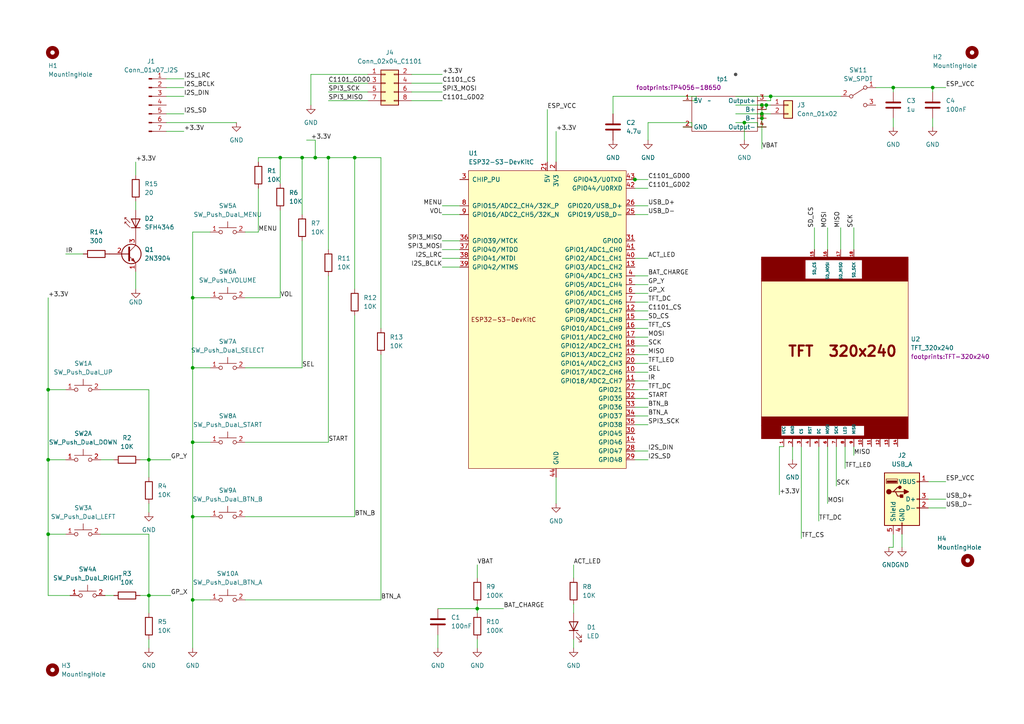
<source format=kicad_sch>
(kicad_sch (version 20230121) (generator eeschema)
  (paper "A4")
  (lib_symbols
    (symbol "Connector:Conn_01x07_Pin" (pin_names (offset 1.016) hide)
      (property "Reference" "J" (at 0 10.16 0))
      (property "Value" "Conn_01x07_Pin" (at 0 -10.16 0))
      (symbol "Conn_01x07_Pin_1_1"
        (polyline (pts (xy 1.27 -7.62) (xy 0.8636 -7.62)) (stroke (width 0.1524)))
        (polyline (pts (xy 1.27 -5.08) (xy 0.8636 -5.08)) (stroke (width 0.1524)))
        (polyline (pts (xy 1.27 -2.54) (xy 0.8636 -2.54)) (stroke (width 0.1524)))
        (polyline (pts (xy 1.27 0) (xy 0.8636 0)) (stroke (width 0.1524)))
        (polyline (pts (xy 1.27 2.54) (xy 0.8636 2.54)) (stroke (width 0.1524)))
        (polyline (pts (xy 1.27 5.08) (xy 0.8636 5.08)) (stroke (width 0.1524)))
        (polyline (pts (xy 1.27 7.62) (xy 0.8636 7.62)) (stroke (width 0.1524)))
        (rectangle (start 0.8636 -7.493) (end 0 -7.747) (stroke (width 0.1524)) (fill (type outline)))
        (rectangle (start 0.8636 -4.953) (end 0 -5.207) (stroke (width 0.1524)) (fill (type outline)))
        (rectangle (start 0.8636 -2.413) (end 0 -2.667) (stroke (width 0.1524)) (fill (type outline)))
        (rectangle (start 0.8636 0.127) (end 0 -0.127) (stroke (width 0.1524)) (fill (type outline)))
        (rectangle (start 0.8636 2.667) (end 0 2.413) (stroke (width 0.1524)) (fill (type outline)))
        (rectangle (start 0.8636 5.207) (end 0 4.953) (stroke (width 0.1524)) (fill (type outline)))
        (rectangle (start 0.8636 7.747) (end 0 7.493) (stroke (width 0.1524)) (fill (type outline)))
        (pin passive line (at 5.08 7.62 180) (length 3.81) (name "Pin_1") (number "1"))
        (pin passive line (at 5.08 5.08 180) (length 3.81) (name "Pin_2") (number "2"))
        (pin passive line (at 5.08 2.54 180) (length 3.81) (name "Pin_3") (number "3"))
        (pin passive line (at 5.08 0 180) (length 3.81) (name "Pin_4") (number "4"))
        (pin passive line (at 5.08 -2.54 180) (length 3.81) (name "Pin_5") (number "5"))
        (pin passive line (at 5.08 -5.08 180) (length 3.81) (name "Pin_6") (number "6"))
        (pin passive line (at 5.08 -7.62 180) (length 3.81) (name "Pin_7") (number "7"))
      )
    )
    (symbol "Connector:USB_A" (pin_names (offset 1.016))
      (property "Reference" "J" (at -5.08 11.43 0))
      (property "Value" "USB_A" (at -5.08 8.89 0))
      (symbol "USB_A_0_1"
        (rectangle (start -5.08 -7.62) (end 5.08 7.62) (stroke (width 0.254)) (fill (type background)))
        (circle (center -3.81 2.159) (radius 0.635) (stroke (width 0.254)) (fill (type outline)))
        (rectangle (start -1.524 4.826) (end -4.318 5.334) (fill (type outline)))
        (rectangle (start -1.27 4.572) (end -4.572 5.842))
        (circle (center -0.635 3.429) (radius 0.381) (stroke (width 0.254)) (fill (type outline)))
        (rectangle (start -0.127 -7.62) (end 0.127 -6.858))
        (polyline (pts (xy -3.175 2.159) (xy -2.54 2.159) (xy -1.27 3.429) (xy -0.635 3.429)) (stroke (width 0.254)))
        (polyline (pts (xy -2.54 2.159) (xy -1.905 2.159) (xy -1.27 0.889) (xy 0 0.889)) (stroke (width 0.254)))
        (polyline (pts (xy 0.635 2.794) (xy 0.635 1.524) (xy 1.905 2.159) (xy 0.635 2.794)) (stroke (width 0.254)) (fill (type outline)))
        (rectangle (start 0.254 1.27) (end -0.508 0.508) (stroke (width 0.254)) (fill (type outline)))
        (rectangle (start 5.08 -2.667) (end 4.318 -2.413))
        (rectangle (start 5.08 -0.127) (end 4.318 0.127))
        (rectangle (start 5.08 4.953) (end 4.318 5.207))
      )
      (symbol "USB_A_1_1"
        (polyline (pts (xy -1.905 2.159) (xy 0.635 2.159)) (stroke (width 0.254)))
        (pin power_in line (at 7.62 5.08 180) (length 2.54) (name "VBUS") (number "1"))
        (pin bidirectional line (at 7.62 -2.54 180) (length 2.54) (name "D-") (number "2"))
        (pin bidirectional line (at 7.62 0 180) (length 2.54) (name "D+") (number "3"))
        (pin power_in line (at 0 -10.16 90) (length 2.54) (name "GND") (number "4"))
        (pin passive line (at -2.54 -10.16 90) (length 2.54) (name "Shield") (number "5"))
      )
    )
    (symbol "Connector_Generic:Conn_01x02" (pin_names (offset 1.016) hide)
      (property "Reference" "J" (at 0 2.54 0))
      (property "Value" "Conn_01x02" (at 0 -5.08 0))
      (symbol "Conn_01x02_1_1"
        (rectangle (start -1.27 -2.413) (end 0 -2.667) (stroke (width 0.1524)))
        (rectangle (start -1.27 0.127) (end 0 -0.127) (stroke (width 0.1524)))
        (rectangle (start -1.27 1.27) (end 1.27 -3.81) (stroke (width 0.254)) (fill (type background)))
        (pin passive line (at -5.08 0 0) (length 3.81) (name "Pin_1") (number "1"))
        (pin passive line (at -5.08 -2.54 0) (length 3.81) (name "Pin_2") (number "2"))
      )
    )
    (symbol "Connector_Generic:Conn_02x04_Odd_Even" (pin_names (offset 1.016) hide)
      (property "Reference" "J" (at 1.27 5.08 0))
      (property "Value" "Conn_02x04_Odd_Even" (at 1.27 -7.62 0))
      (symbol "Conn_02x04_Odd_Even_1_1"
        (rectangle (start -1.27 -4.953) (end 0 -5.207) (stroke (width 0.1524)))
        (rectangle (start -1.27 -2.413) (end 0 -2.667) (stroke (width 0.1524)))
        (rectangle (start -1.27 0.127) (end 0 -0.127) (stroke (width 0.1524)))
        (rectangle (start -1.27 2.667) (end 0 2.413) (stroke (width 0.1524)))
        (rectangle (start -1.27 3.81) (end 3.81 -6.35) (stroke (width 0.254)) (fill (type background)))
        (rectangle (start 3.81 -4.953) (end 2.54 -5.207) (stroke (width 0.1524)))
        (rectangle (start 3.81 -2.413) (end 2.54 -2.667) (stroke (width 0.1524)))
        (rectangle (start 3.81 0.127) (end 2.54 -0.127) (stroke (width 0.1524)))
        (rectangle (start 3.81 2.667) (end 2.54 2.413) (stroke (width 0.1524)))
        (pin passive line (at -5.08 2.54 0) (length 3.81) (name "Pin_1") (number "1"))
        (pin passive line (at 7.62 2.54 180) (length 3.81) (name "Pin_2") (number "2"))
        (pin passive line (at -5.08 0 0) (length 3.81) (name "Pin_3") (number "3"))
        (pin passive line (at 7.62 0 180) (length 3.81) (name "Pin_4") (number "4"))
        (pin passive line (at -5.08 -2.54 0) (length 3.81) (name "Pin_5") (number "5"))
        (pin passive line (at 7.62 -2.54 180) (length 3.81) (name "Pin_6") (number "6"))
        (pin passive line (at -5.08 -5.08 0) (length 3.81) (name "Pin_7") (number "7"))
        (pin passive line (at 7.62 -5.08 180) (length 3.81) (name "Pin_8") (number "8"))
      )
    )
    (symbol "Device:C" (pin_numbers hide) (pin_names (offset 0.254))
      (property "Reference" "C" (at 0.635 2.54 0))
      (property "Value" "C" (at 0.635 -2.54 0))
      (symbol "C_0_1"
        (polyline (pts (xy -2.032 -0.762) (xy 2.032 -0.762)) (stroke (width 0.508)))
        (polyline (pts (xy -2.032 0.762) (xy 2.032 0.762)) (stroke (width 0.508)))
      )
      (symbol "C_1_1"
        (pin passive line (at 0 3.81 270) (length 2.794) (name "~") (number "1"))
        (pin passive line (at 0 -3.81 90) (length 2.794) (name "~") (number "2"))
      )
    )
    (symbol "Device:LED" (pin_numbers hide) (pin_names (offset 1.016) hide)
      (property "Reference" "D" (at 0 2.54 0))
      (property "Value" "LED" (at 0 -2.54 0))
      (symbol "LED_0_1"
        (polyline (pts (xy -1.27 -1.27) (xy -1.27 1.27)) (stroke (width 0.254)))
        (polyline (pts (xy -1.27 0) (xy 1.27 0)))
        (polyline (pts (xy 1.27 -1.27) (xy 1.27 1.27) (xy -1.27 0) (xy 1.27 -1.27)) (stroke (width 0.254)))
        (polyline (pts (xy -3.048 -0.762) (xy -4.572 -2.286) (xy -3.81 -2.286) (xy -4.572 -2.286) (xy -4.572 -1.524)))
        (polyline (pts (xy -1.778 -0.762) (xy -3.302 -2.286) (xy -2.54 -2.286) (xy -3.302 -2.286) (xy -3.302 -1.524)))
      )
      (symbol "LED_1_1"
        (pin passive line (at -3.81 0 0) (length 2.54) (name "K") (number "1"))
        (pin passive line (at 3.81 0 180) (length 2.54) (name "A") (number "2"))
      )
    )
    (symbol "Device:R" (pin_numbers hide) (pin_names (offset 0))
      (property "Reference" "R" (at 2.032 0 90))
      (property "Value" "R" (at 0 0 90))
      (symbol "R_0_1"
        (rectangle (start -1.016 -2.54) (end 1.016 2.54) (stroke (width 0.254)))
      )
      (symbol "R_1_1"
        (pin passive line (at 0 3.81 270) (length 1.27) (name "~") (number "1"))
        (pin passive line (at 0 -3.81 90) (length 1.27) (name "~") (number "2"))
      )
    )
    (symbol "Interface:tp4056_board"
      (property "Reference" "tp4056" (at -12.7 -10.16 0))
      (property "Footprint" "footprints:TP4056-18650" (at -16.51 -3.81 0))
      (symbol "tp4056_board_1_1"
        (rectangle (start -21.59 -5.08) (end -2.54 -15.24))
        (rectangle (start -8.89 1.27) (end -8.89 1.27) (stroke (width 1) (color 72 72 72 1)))
        (pin power_in line (at -24.13 -6.35 0) (length 2.54) (name "5V") (number "1"))
        (pin power_in line (at -24.13 -13.97 0) (length 2.54) (name "GND") (number "2"))
        (pin power_out line (at 0 -6.35 180) (length 2.54) (name "Output+") (number "3"))
        (pin power_out line (at 0 -13.97 180) (length 2.54) (name "Output-") (number "4"))
        (pin power_out line (at 0 -8.89 180) (length 2.54) (name "B+") (number "5"))
        (pin power_out line (at 0 -11.43 180) (length 2.54) (name "B-") (number "6"))
      )
    )
    (symbol "LED:SFH4346" (pin_numbers hide) (pin_names (offset 1.016) hide)
      (property "Reference" "D" (at 0.508 1.778 0))
      (property "Value" "SFH4346" (at -1.016 -2.794 0))
      (symbol "SFH4346_0_1"
        (polyline (pts (xy -2.54 1.27) (xy -2.54 -1.27)) (stroke (width 0.254)))
        (polyline (pts (xy 0 0) (xy -2.54 0)))
        (polyline (pts (xy 0.381 3.175) (xy -0.127 3.175)))
        (polyline (pts (xy -1.143 1.651) (xy 0.381 3.175) (xy 0.381 2.667)))
        (polyline (pts (xy 0 1.27) (xy -2.54 0) (xy 0 -1.27) (xy 0 1.27)) (stroke (width 0.254)))
        (polyline (pts (xy -2.413 1.651) (xy -0.889 3.175) (xy -0.889 2.667) (xy -0.889 3.175) (xy -1.397 3.175)))
      )
      (symbol "SFH4346_1_1"
        (pin passive line (at -5.08 0 0) (length 2.54) (name "K") (number "1"))
        (pin passive line (at 2.54 0 180) (length 2.54) (name "A") (number "2"))
      )
    )
    (symbol "Mechanical:MountingHole" (pin_names (offset 1.016))
      (property "Reference" "H" (at 0 5.08 0))
      (property "Value" "MountingHole" (at 0 3.175 0))
      (symbol "MountingHole_0_1"
        (circle (center 0 0) (radius 1.27) (stroke (width 1.27)))
      )
    )
    (symbol "PCM_Espressif:ESP32-S3-DevKitC" (pin_names (offset 1.016))
      (property "Reference" "U" (at -22.86 48.26 0))
      (property "Value" "ESP32-S3-DevKitC" (at -22.86 45.72 0))
      (symbol "ESP32-S3-DevKitC_0_0"
        (text "ESP32-S3-DevKitC" (at -12.7 0 0) (effects (font (size 1.27 1.27))))
        (pin bidirectional line (at 25.4 -35.56 180) (length 2.54) (name "GPIO46") (number "14"))
        (pin bidirectional line (at 25.4 -10.16 180) (length 2.54) (name "GPIO13/ADC2_CH2") (number "19"))
        (pin bidirectional line (at -25.4 15.24 0) (length 2.54) (name "GPIO42/MTMS") (number "39"))
        (pin bidirectional line (at 25.4 17.78 180) (length 2.54) (name "GPIO2/ADC1_CH1") (number "40"))
        (pin bidirectional line (at 25.4 20.32 180) (length 2.54) (name "GPIO1/ADC1_CH0") (number "41"))
        (pin bidirectional line (at 25.4 38.1 180) (length 2.54) (name "GPIO44/U0RXD") (number "42"))
        (pin bidirectional line (at 25.4 40.64 180) (length 2.54) (name "GPIO43/U0TXD") (number "43"))
      )
      (symbol "ESP32-S3-DevKitC_0_1"
        (pin power_in line (at 2.54 45.72 270) (length 2.54) (name "3V3") (number "2"))
      )
      (symbol "ESP32-S3-DevKitC_1_1"
        (rectangle (start -22.86 43.18) (end 22.86 -43.18) (fill (type background)))
        (pin passive line (at 2.54 45.72 270) (length 2.54) hide (name "3V3") (number "1"))
        (pin bidirectional line (at 25.4 -15.24 180) (length 2.54) (name "GPIO17/ADC2_CH6") (number "10"))
        (pin bidirectional line (at 25.4 -17.78 180) (length 2.54) (name "GPIO18/ADC2_CH7") (number "11"))
        (pin bidirectional line (at 25.4 2.54 180) (length 2.54) (name "GPIO8/ADC1_CH7") (number "12"))
        (pin bidirectional line (at 25.4 15.24 180) (length 2.54) (name "GPIO3/ADC1_CH2") (number "13"))
        (pin bidirectional line (at 25.4 0 180) (length 2.54) (name "GPIO9/ADC1_CH8") (number "15"))
        (pin bidirectional line (at 25.4 -2.54 180) (length 2.54) (name "GPIO10/ADC1_CH9") (number "16"))
        (pin bidirectional line (at 25.4 -5.08 180) (length 2.54) (name "GPIO11/ADC2_CH0") (number "17"))
        (pin bidirectional line (at 25.4 -7.62 180) (length 2.54) (name "GPIO12/ADC2_CH1") (number "18"))
        (pin bidirectional line (at 25.4 -12.7 180) (length 2.54) (name "GPIO14/ADC2_CH3") (number "20"))
        (pin power_in line (at 0 45.72 270) (length 2.54) (name "5V") (number "21"))
        (pin passive line (at -17.78 -45.72 90) (length 2.54) hide (name "GND") (number "22"))
        (pin passive line (at -12.7 -45.72 90) (length 2.54) hide (name "GND") (number "23"))
        (pin passive line (at -7.62 -45.72 90) (length 2.54) hide (name "GND") (number "24"))
        (pin bidirectional line (at 25.4 30.48 180) (length 2.54) (name "GPIO19/USB_D-") (number "25"))
        (pin bidirectional line (at 25.4 33.02 180) (length 2.54) (name "GPIO20/USB_D+") (number "26"))
        (pin bidirectional line (at 25.4 -20.32 180) (length 2.54) (name "GPIO21") (number "27"))
        (pin bidirectional line (at 25.4 -38.1 180) (length 2.54) (name "GPIO47") (number "28"))
        (pin bidirectional line (at 25.4 -40.64 180) (length 2.54) (name "GPIO48") (number "29"))
        (pin input line (at -25.4 40.64 0) (length 2.54) (name "CHIP_PU") (number "3"))
        (pin bidirectional line (at 25.4 -33.02 180) (length 2.54) (name "GPIO45") (number "30"))
        (pin bidirectional line (at 25.4 22.86 180) (length 2.54) (name "GPIO0") (number "31"))
        (pin bidirectional line (at 25.4 -22.86 180) (length 2.54) (name "GPIO35") (number "32"))
        (pin bidirectional line (at 25.4 -25.4 180) (length 2.54) (name "GPIO36") (number "33"))
        (pin bidirectional line (at 25.4 -27.94 180) (length 2.54) (name "GPIO37") (number "34"))
        (pin bidirectional line (at 25.4 -30.48 180) (length 2.54) (name "GPIO38") (number "35"))
        (pin bidirectional line (at -25.4 22.86 0) (length 2.54) (name "GPIO39/MTCK") (number "36"))
        (pin bidirectional line (at -25.4 20.32 0) (length 2.54) (name "GPIO40/MTDO") (number "37"))
        (pin bidirectional line (at -25.4 17.78 0) (length 2.54) (name "GPIO41/MTDI") (number "38"))
        (pin bidirectional line (at 25.4 12.7 180) (length 2.54) (name "GPIO4/ADC1_CH3") (number "4"))
        (pin power_in line (at 2.54 -45.72 90) (length 2.54) (name "GND") (number "44"))
        (pin bidirectional line (at 25.4 10.16 180) (length 2.54) (name "GPIO5/ADC1_CH4") (number "5"))
        (pin bidirectional line (at 25.4 7.62 180) (length 2.54) (name "GPIO6/ADC1_CH5") (number "6"))
        (pin bidirectional line (at 25.4 5.08 180) (length 2.54) (name "GPIO7/ADC1_CH6") (number "7"))
        (pin bidirectional line (at -25.4 33.02 0) (length 2.54) (name "GPIO15/ADC2_CH4/32K_P") (number "8"))
        (pin bidirectional line (at -25.4 30.48 0) (length 2.54) (name "GPIO16/ADC2_CH5/32K_N") (number "9"))
      )
    )
    (symbol "Switch:SW_Push_Dual_x2" (pin_names (offset 1.016) hide)
      (property "Reference" "SW" (at 1.27 2.54 0))
      (property "Value" "SW_Push_Dual_x2" (at 0 -1.524 0))
      (symbol "SW_Push_Dual_x2_0_1"
        (circle (center -2.032 0) (radius 0.508))
        (polyline (pts (xy 0 1.27) (xy 0 3.048)))
        (polyline (pts (xy 2.54 1.27) (xy -2.54 1.27)))
        (circle (center 2.032 0) (radius 0.508))
      )
      (symbol "SW_Push_Dual_x2_1_1"
        (pin passive line (at -5.08 0 0) (length 2.54) (name "C") (number "1"))
        (pin passive line (at 5.08 0 180) (length 2.54) (name "D") (number "2"))
      )
      (symbol "SW_Push_Dual_x2_2_1"
        (pin passive line (at -5.08 0 0) (length 2.54) (name "C") (number "3"))
        (pin passive line (at 5.08 0 180) (length 2.54) (name "D") (number "4"))
      )
    )
    (symbol "Switch:SW_SPDT" (pin_names (offset 0) hide)
      (property "Reference" "SW" (at 0 4.318 0))
      (property "Value" "SW_SPDT" (at 0 -5.08 0))
      (symbol "SW_SPDT_0_0"
        (circle (center -2.032 0) (radius 0.508))
        (circle (center 2.032 -2.54) (radius 0.508))
      )
      (symbol "SW_SPDT_0_1"
        (polyline (pts (xy -1.524 0.254) (xy 1.651 2.286)))
        (circle (center 2.032 2.54) (radius 0.508))
      )
      (symbol "SW_SPDT_1_1"
        (pin passive line (at 5.08 2.54 180) (length 2.54) (name "A") (number "1"))
        (pin passive line (at -5.08 0 0) (length 2.54) (name "B") (number "2"))
        (pin passive line (at 5.08 -2.54 180) (length 2.54) (name "C") (number "3"))
      )
    )
    (symbol "Transistor_BJT:2N3904" (pin_names (offset 0) hide)
      (property "Reference" "Q" (at 5.08 1.905 0))
      (property "Value" "2N3904" (at 5.08 0 0))
      (symbol "2N3904_0_1"
        (polyline (pts (xy 0.635 0.635) (xy 2.54 2.54)))
        (polyline (pts (xy 0.635 -0.635) (xy 2.54 -2.54) (xy 2.54 -2.54)))
        (polyline (pts (xy 0.635 1.905) (xy 0.635 -1.905) (xy 0.635 -1.905)) (stroke (width 0.508)))
        (polyline (pts (xy 1.27 -1.778) (xy 1.778 -1.27) (xy 2.286 -2.286) (xy 1.27 -1.778) (xy 1.27 -1.778)) (fill (type outline)))
        (circle (center 1.27 0) (radius 2.8194) (stroke (width 0.254)))
      )
      (symbol "2N3904_1_1"
        (pin passive line (at 2.54 -5.08 90) (length 2.54) (name "E") (number "1"))
        (pin passive line (at -5.08 0 0) (length 5.715) (name "B") (number "2"))
        (pin passive line (at 2.54 5.08 270) (length 2.54) (name "C") (number "3"))
      )
    )
    (symbol "power:GND" (power) (pin_names (offset 0))
      (property "Value" "GND" (at 0 -3.81 0))
      (symbol "GND_0_1"
        (polyline (pts (xy 0 0) (xy 0 -1.27) (xy 1.27 -1.27) (xy 0 -2.54) (xy -1.27 -1.27) (xy 0 -1.27)))
      )
      (symbol "GND_1_1"
        (pin power_in line (at 0 0 270) (length 0) hide (name "GND") (number "1"))
      )
    )
    (symbol "tft_320x240:TFT_320x240" (pin_names (offset 1.016))
      (property "Reference" "U?" (at -52.832 61.9761 0))
      (property "Value" "TFT_320x240" (at -52.832 59.4361 0))
      (property "Footprint" "z_Devices:TFT-320x240" (at -52.832 56.8961 0))
      (symbol "TFT_320x240_0_0"
        (text "TFT  320x240" (at -73.152 61.976 0) (effects (font (size 2.9972 2.9972) bold)))
      )
      (symbol "TFT_320x240_0_1"
        (rectangle (start -96.647 40.386) (end -90.932 36.576) (fill (type outline)))
        (rectangle (start -96.647 42.926) (end -54.102 40.386) (fill (type outline)))
        (rectangle (start -96.647 82.296) (end -54.102 42.926) (fill (type background)))
        (rectangle (start -96.647 82.931) (end -54.102 82.296) (fill (type outline)))
        (rectangle (start -96.647 88.646) (end -83.947 82.931) (fill (type outline)))
        (rectangle (start -96.647 89.281) (end -54.102 88.4428) (fill (type outline)))
        (rectangle (start -92.202 36.576) (end -54.102 42.926))
        (rectangle (start -92.202 37.4142) (end -54.102 36.576) (fill (type outline)))
        (rectangle (start -67.437 88.646) (end -54.102 82.931) (fill (type outline)))
        (rectangle (start -66.802 40.386) (end -54.102 36.576) (fill (type outline)))
      )
      (symbol "TFT_320x240_1_1"
        (pin power_in line (at -90.17 34.29 90) (length 2.54) (name "VCC") (number "1"))
        (pin bidirectional line (at -67.31 34.29 90) (length 2.54) (name "~") (number "10"))
        (pin bidirectional line (at -64.77 34.29 90) (length 2.54) (name "~") (number "11"))
        (pin bidirectional line (at -62.23 34.29 90) (length 2.54) (name "~") (number "12"))
        (pin bidirectional line (at -59.69 34.29 90) (length 2.54) (name "~") (number "13"))
        (pin bidirectional line (at -57.15 34.29 90) (length 2.54) (name "~") (number "14"))
        (pin bidirectional line (at -81.28 91.44 270) (length 2.54) (name "SD_CS") (number "15"))
        (pin bidirectional line (at -77.47 91.44 270) (length 2.54) (name "SD_MOSI") (number "16"))
        (pin bidirectional line (at -73.66 91.44 270) (length 2.54) (name "SD_MISO") (number "17"))
        (pin bidirectional line (at -69.85 91.44 270) (length 2.54) (name "SD_SCK") (number "18"))
        (pin bidirectional line (at -87.63 34.29 90) (length 2.54) (name "GND") (number "2"))
        (pin bidirectional line (at -85.09 34.29 90) (length 2.54) (name "CS") (number "3"))
        (pin bidirectional line (at -82.55 34.29 90) (length 2.54) (name "RST") (number "4"))
        (pin bidirectional line (at -80.01 34.29 90) (length 2.54) (name "DC") (number "5"))
        (pin bidirectional line (at -77.47 34.29 90) (length 2.54) (name "MOSI") (number "6"))
        (pin bidirectional line (at -74.93 34.29 90) (length 2.54) (name "SCK") (number "7"))
        (pin power_in line (at -72.39 34.29 90) (length 2.54) (name "LED") (number "8"))
        (pin bidirectional line (at -69.85 34.29 90) (length 2.54) (name "MISO") (number "9"))
      )
    )
  )
  (junction (at 220.98 33.02))
  (junction (at 138.43 176.53))
  (junction (at 13.97 154.94))
  (junction (at 102.87 45.72))
  (junction (at 13.97 133.35))
  (junction (at 55.88 106.68))
  (junction (at 55.88 173.99))
  (junction (at 43.18 133.35))
  (junction (at 184.15 52.07))
  (junction (at 223.52 27.94))
  (junction (at 55.88 128.27))
  (junction (at 220.98 34.29))
  (junction (at 270.51 25.4))
  (junction (at 95.25 45.72))
  (junction (at 222.25 30.48))
  (junction (at 55.88 86.36))
  (junction (at 87.63 45.72))
  (junction (at 55.88 149.86))
  (junction (at 13.97 113.03))
  (junction (at 91.44 45.72))
  (junction (at 215.9 35.56))
  (junction (at 259.08 25.4))
  (junction (at 43.18 172.72))
  (junction (at 220.98 30.48))
  (junction (at 81.28 45.72))
  (wire (pts (xy 95.25 45.72) (xy 102.87 45.72)))
  (wire (pts (xy 106.68 21.59) (xy 90.17 21.59)))
  (wire (pts (xy 220.98 43.18) (xy 220.98 34.29)))
  (wire (pts (xy 127 184.15) (xy 127 187.96)))
  (wire (pts (xy 236.22 72.39) (xy 236.22 66.04)))
  (wire (pts (xy 87.63 45.72) (xy 91.44 45.72)))
  (wire (pts (xy 43.18 172.72) (xy 49.53 172.72)))
  (wire (pts (xy 138.43 176.53) (xy 146.05 176.53)))
  (wire (pts (xy 43.18 138.43) (xy 43.18 133.35)))
  (wire (pts (xy 71.12 67.31) (xy 74.93 67.31)))
  (wire (pts (xy 95.25 24.13) (xy 106.68 24.13)))
  (wire (pts (xy 55.88 106.68) (xy 55.88 128.27)))
  (wire (pts (xy 55.88 67.31) (xy 55.88 86.36)))
  (wire (pts (xy 184.15 115.57) (xy 187.96 115.57)))
  (wire (pts (xy 81.28 53.34) (xy 81.28 45.72)))
  (wire (pts (xy 187.96 35.56) (xy 187.96 40.64)))
  (wire (pts (xy 269.24 147.32) (xy 274.32 147.32)))
  (wire (pts (xy 184.15 82.55) (xy 187.96 82.55)))
  (wire (pts (xy 43.18 133.35) (xy 40.64 133.35)))
  (wire (pts (xy 71.12 149.86) (xy 102.87 149.86)))
  (wire (pts (xy 184.15 113.03) (xy 187.96 113.03)))
  (wire (pts (xy 184.15 100.33) (xy 187.96 100.33)))
  (wire (pts (xy 91.44 40.64) (xy 91.44 45.72)))
  (wire (pts (xy 13.97 172.72) (xy 20.32 172.72)))
  (wire (pts (xy 39.37 78.74) (xy 39.37 83.82)))
  (wire (pts (xy 55.88 67.31) (xy 60.96 67.31)))
  (wire (pts (xy 184.15 120.65) (xy 187.96 120.65)))
  (wire (pts (xy 138.43 185.42) (xy 138.43 187.96)))
  (wire (pts (xy 242.57 129.54) (xy 242.57 140.97)))
  (wire (pts (xy 74.93 54.61) (xy 74.93 67.31)))
  (wire (pts (xy 229.87 129.54) (xy 229.87 133.35)))
  (wire (pts (xy 269.24 139.7) (xy 274.32 139.7)))
  (wire (pts (xy 270.51 25.4) (xy 274.32 25.4)))
  (wire (pts (xy 43.18 154.94) (xy 29.21 154.94)))
  (wire (pts (xy 71.12 106.68) (xy 87.63 106.68)))
  (wire (pts (xy 240.03 72.39) (xy 240.03 66.04)))
  (wire (pts (xy 161.29 38.1) (xy 161.29 46.99)))
  (wire (pts (xy 110.49 45.72) (xy 102.87 45.72)))
  (wire (pts (xy 91.44 40.64) (xy 88.9 40.64)))
  (wire (pts (xy 184.15 80.01) (xy 187.96 80.01)))
  (wire (pts (xy 200.66 35.56) (xy 200.66 36.83)))
  (wire (pts (xy 259.08 154.94) (xy 259.08 158.75)))
  (wire (pts (xy 138.43 163.83) (xy 138.43 167.64)))
  (wire (pts (xy 81.28 60.96) (xy 81.28 86.36)))
  (wire (pts (xy 166.37 185.42) (xy 166.37 187.96)))
  (wire (pts (xy 71.12 128.27) (xy 95.25 128.27)))
  (wire (pts (xy 220.98 34.29) (xy 222.25 34.29)))
  (wire (pts (xy 184.15 133.35) (xy 187.96 133.35)))
  (wire (pts (xy 71.12 86.36) (xy 81.28 86.36)))
  (wire (pts (xy 259.08 34.29) (xy 259.08 36.83)))
  (wire (pts (xy 13.97 113.03) (xy 19.05 113.03)))
  (wire (pts (xy 13.97 172.72) (xy 13.97 154.94)))
  (wire (pts (xy 223.52 27.94) (xy 243.84 27.94)))
  (wire (pts (xy 184.15 90.17) (xy 187.96 90.17)))
  (wire (pts (xy 87.63 69.85) (xy 87.63 106.68)))
  (wire (pts (xy 43.18 177.8) (xy 43.18 172.72)))
  (wire (pts (xy 71.12 173.99) (xy 110.49 173.99)))
  (wire (pts (xy 184.15 59.69) (xy 187.96 59.69)))
  (wire (pts (xy 237.49 129.54) (xy 237.49 151.13)))
  (wire (pts (xy 55.88 173.99) (xy 60.96 173.99)))
  (wire (pts (xy 184.15 105.41) (xy 187.96 105.41)))
  (wire (pts (xy 254 25.4) (xy 259.08 25.4)))
  (wire (pts (xy 220.98 33.02) (xy 223.52 33.02)))
  (wire (pts (xy 48.26 38.1) (xy 53.34 38.1)))
  (wire (pts (xy 161.29 138.43) (xy 161.29 146.05)))
  (wire (pts (xy 213.36 35.56) (xy 215.9 35.56)))
  (wire (pts (xy 13.97 154.94) (xy 19.05 154.94)))
  (wire (pts (xy 187.96 35.56) (xy 200.66 35.56)))
  (wire (pts (xy 184.15 62.23) (xy 187.96 62.23)))
  (wire (pts (xy 138.43 176.53) (xy 138.43 177.8)))
  (wire (pts (xy 177.8 27.94) (xy 201.93 27.94)))
  (wire (pts (xy 259.08 25.4) (xy 259.08 26.67)))
  (wire (pts (xy 259.08 25.4) (xy 270.51 25.4)))
  (wire (pts (xy 128.27 69.85) (xy 133.35 69.85)))
  (wire (pts (xy 184.15 107.95) (xy 187.96 107.95)))
  (wire (pts (xy 200.66 36.83) (xy 198.12 36.83)))
  (wire (pts (xy 128.27 72.39) (xy 133.35 72.39)))
  (wire (pts (xy 184.15 85.09) (xy 187.96 85.09)))
  (wire (pts (xy 184.15 123.19) (xy 187.96 123.19)))
  (wire (pts (xy 102.87 83.82) (xy 102.87 45.72)))
  (wire (pts (xy 74.93 45.72) (xy 74.93 46.99)))
  (wire (pts (xy 55.88 149.86) (xy 60.96 149.86)))
  (wire (pts (xy 232.41 129.54) (xy 232.41 156.21)))
  (wire (pts (xy 223.52 29.21) (xy 222.25 29.21)))
  (wire (pts (xy 43.18 113.03) (xy 43.18 133.35)))
  (wire (pts (xy 184.15 52.07) (xy 187.96 52.07)))
  (wire (pts (xy 55.88 128.27) (xy 60.96 128.27)))
  (wire (pts (xy 87.63 62.23) (xy 87.63 45.72)))
  (wire (pts (xy 213.36 33.02) (xy 220.98 33.02)))
  (wire (pts (xy 184.15 87.63) (xy 187.96 87.63)))
  (wire (pts (xy 213.36 27.94) (xy 223.52 27.94)))
  (wire (pts (xy 138.43 175.26) (xy 138.43 176.53)))
  (wire (pts (xy 102.87 91.44) (xy 102.87 149.86)))
  (wire (pts (xy 215.9 35.56) (xy 215.9 40.64)))
  (wire (pts (xy 223.52 27.94) (xy 223.52 29.21)))
  (wire (pts (xy 127 176.53) (xy 138.43 176.53)))
  (wire (pts (xy 90.17 21.59) (xy 90.17 30.48)))
  (wire (pts (xy 215.9 35.56) (xy 219.71 35.56)))
  (wire (pts (xy 261.62 154.94) (xy 261.62 158.75)))
  (wire (pts (xy 220.98 33.02) (xy 220.98 34.29)))
  (wire (pts (xy 13.97 113.03) (xy 13.97 133.35)))
  (wire (pts (xy 95.25 29.21) (xy 106.68 29.21)))
  (wire (pts (xy 55.88 128.27) (xy 55.88 149.86)))
  (wire (pts (xy 29.21 133.35) (xy 33.02 133.35)))
  (wire (pts (xy 55.88 86.36) (xy 55.88 106.68)))
  (wire (pts (xy 222.25 30.48) (xy 222.25 31.75)))
  (wire (pts (xy 226.06 129.54) (xy 226.06 143.51)))
  (wire (pts (xy 39.37 58.42) (xy 39.37 60.96)))
  (wire (pts (xy 119.38 24.13) (xy 128.27 24.13)))
  (wire (pts (xy 48.26 35.56) (xy 68.58 35.56)))
  (wire (pts (xy 119.38 21.59) (xy 128.27 21.59)))
  (wire (pts (xy 247.65 72.39) (xy 247.65 66.04)))
  (wire (pts (xy 95.25 26.67) (xy 106.68 26.67)))
  (wire (pts (xy 81.28 45.72) (xy 74.93 45.72)))
  (wire (pts (xy 219.71 36.83) (xy 222.25 36.83)))
  (wire (pts (xy 30.48 172.72) (xy 33.02 172.72)))
  (wire (pts (xy 43.18 113.03) (xy 29.21 113.03)))
  (wire (pts (xy 184.0738 51.9684) (xy 184.0738 52.07)))
  (wire (pts (xy 226.06 129.54) (xy 227.33 129.54)))
  (wire (pts (xy 184.15 118.11) (xy 187.96 118.11)))
  (wire (pts (xy 19.05 73.66) (xy 24.13 73.66)))
  (wire (pts (xy 158.75 31.75) (xy 158.75 46.99)))
  (wire (pts (xy 220.98 33.02) (xy 220.98 30.48)))
  (wire (pts (xy 81.28 45.72) (xy 87.63 45.72)))
  (wire (pts (xy 219.71 35.56) (xy 219.71 36.83)))
  (wire (pts (xy 240.03 129.54) (xy 240.03 146.05)))
  (wire (pts (xy 110.49 95.25) (xy 110.49 45.72)))
  (wire (pts (xy 245.11 129.54) (xy 245.11 135.89)))
  (wire (pts (xy 247.65 129.54) (xy 247.65 132.08)))
  (wire (pts (xy 95.25 80.01) (xy 95.25 128.27)))
  (wire (pts (xy 184.15 52.07) (xy 184.0738 52.07)))
  (wire (pts (xy 91.44 45.72) (xy 95.25 45.72)))
  (wire (pts (xy 55.88 173.99) (xy 55.88 187.96)))
  (wire (pts (xy 184.15 110.49) (xy 187.96 110.49)))
  (wire (pts (xy 201.93 29.21) (xy 198.12 29.21)))
  (wire (pts (xy 43.18 172.72) (xy 40.64 172.72)))
  (wire (pts (xy 166.37 163.83) (xy 166.37 167.64)))
  (wire (pts (xy 13.97 133.35) (xy 19.05 133.35)))
  (wire (pts (xy 128.27 74.93) (xy 133.35 74.93)))
  (wire (pts (xy 213.36 30.48) (xy 220.98 30.48)))
  (wire (pts (xy 48.26 27.94) (xy 53.34 27.94)))
  (wire (pts (xy 43.18 185.42) (xy 43.18 187.96)))
  (wire (pts (xy 220.98 30.48) (xy 222.25 30.48)))
  (wire (pts (xy 13.97 154.94) (xy 13.97 133.35)))
  (wire (pts (xy 269.24 144.78) (xy 274.32 144.78)))
  (wire (pts (xy 177.8 33.02) (xy 177.8 27.94)))
  (wire (pts (xy 55.88 106.68) (xy 60.96 106.68)))
  (wire (pts (xy 55.88 149.86) (xy 55.88 173.99)))
  (wire (pts (xy 270.51 26.67) (xy 270.51 25.4)))
  (wire (pts (xy 110.49 102.87) (xy 110.49 173.99)))
  (wire (pts (xy 95.25 72.39) (xy 95.25 45.72)))
  (wire (pts (xy 184.15 97.79) (xy 187.96 97.79)))
  (wire (pts (xy 184.15 95.25) (xy 187.96 95.25)))
  (wire (pts (xy 48.26 25.4) (xy 53.34 25.4)))
  (wire (pts (xy 48.26 22.86) (xy 53.34 22.86)))
  (wire (pts (xy 184.15 102.87) (xy 187.96 102.87)))
  (wire (pts (xy 43.18 146.05) (xy 43.18 148.59)))
  (wire (pts (xy 128.27 62.23) (xy 133.35 62.23)))
  (wire (pts (xy 55.88 86.36) (xy 60.96 86.36)))
  (wire (pts (xy 39.37 46.99) (xy 39.37 50.8)))
  (wire (pts (xy 43.18 133.35) (xy 49.53 133.35)))
  (wire (pts (xy 222.25 30.48) (xy 223.52 30.48)))
  (wire (pts (xy 270.51 34.29) (xy 270.51 36.83)))
  (wire (pts (xy 166.37 175.26) (xy 166.37 177.8)))
  (wire (pts (xy 184.15 130.81) (xy 187.96 130.81)))
  (wire (pts (xy 184.15 54.61) (xy 187.96 54.61)))
  (wire (pts (xy 243.84 66.04) (xy 243.84 72.39)))
  (wire (pts (xy 201.93 27.94) (xy 201.93 29.21)))
  (wire (pts (xy 184.15 74.93) (xy 187.96 74.93)))
  (wire (pts (xy 43.18 154.94) (xy 43.18 172.72)))
  (wire (pts (xy 128.27 77.47) (xy 133.35 77.47)))
  (wire (pts (xy 181.61 472.44) (xy 336.55 472.44)))
  (wire (pts (xy 48.26 33.02) (xy 53.34 33.02)))
  (wire (pts (xy 128.27 59.69) (xy 133.35 59.69)))
  (wire (pts (xy 119.38 29.21) (xy 128.27 29.21)))
  (wire (pts (xy 184.15 92.71) (xy 187.96 92.71)))
  (wire (pts (xy 119.38 26.67) (xy 128.27 26.67)))
  (wire (pts (xy 259.08 158.75) (xy 257.81 158.75)))
  (wire (pts (xy 13.97 86.36) (xy 13.97 113.03)))
  (label "VOL" (at 81.28 86.36 0))
  (label "VBAT" (at 138.43 163.83 0))
  (label "START" (at 187.96 115.57 0))
  (label "I2S_LRC" (at 128.27 74.93 180))
  (label "SPI3_MOSI" (at 128.27 26.67 0))
  (label "MISO" (at 243.84 66.04 90))
  (label "MISO" (at 247.65 132.08 0))
  (label "I2S_SD" (at 187.96 133.35 0))
  (label "I2S_LRC" (at 53.34 22.86 0))
  (label "TFT_DC" (at 187.96 113.03 0))
  (label "+3.3V" (at 226.06 143.51 0))
  (label "MENU" (at 128.27 59.69 180))
  (label "SEL" (at 187.96 107.95 0))
  (label "SD_CS" (at 187.96 92.71 0))
  (label "BTN_A" (at 110.49 173.99 0))
  (label "TFT_DC" (at 237.49 151.13 0))
  (label "GP_X" (at 49.53 172.72 0))
  (label "SCK" (at 242.57 140.97 0))
  (label "SCK" (at 247.65 66.04 90))
  (label "C1101_GD02" (at 128.27 29.21 0))
  (label "MOSI" (at 240.03 66.04 90))
  (label "TFT_DC" (at 187.96 87.63 0))
  (label "ACT_LED" (at 187.96 74.93 0))
  (label "C1101_CS" (at 187.96 90.17 0))
  (label "I2S_BCLK" (at 53.34 25.4 0))
  (label "GP_Y" (at 49.53 133.35 0))
  (label "SPI3_MISO" (at 128.27 69.85 180))
  (label "I2S_BCLK" (at 128.27 77.47 180))
  (label "VBAT" (at 220.98 43.18 0))
  (label "SPI3_SCK" (at 187.96 123.19 0))
  (label "I2S_SD" (at 53.34 33.02 0))
  (label "ESP_VCC" (at 158.75 31.75 0))
  (label "ESP_VCC" (at 274.32 139.7 0))
  (label "IR" (at 19.05 73.66 0))
  (label "C1101_GD02" (at 187.96 54.61 0))
  (label "TFT_CS" (at 187.96 95.25 0))
  (label "USB_D+" (at 187.96 59.69 0))
  (label "SD_CS" (at 236.22 66.04 90))
  (label "+3.3V" (at 90.17 40.64 0))
  (label "START" (at 95.25 128.27 0))
  (label "IR" (at 187.96 110.49 0))
  (label "TFT_LED" (at 245.11 135.89 0))
  (label "+3.3V" (at 39.37 46.99 0))
  (label "SEL" (at 87.63 106.68 0))
  (label "BTN_B" (at 187.96 118.11 0))
  (label "+3.3V" (at 53.34 38.1 0))
  (label "I2S_DIN" (at 187.96 130.81 0))
  (label "BTN_A" (at 187.96 120.65 0))
  (label "+3.3V" (at 128.27 21.59 0))
  (label "TFT_CS" (at 232.41 156.21 0))
  (label "MENU" (at 74.93 67.31 0))
  (label "+3.3V" (at 161.29 38.1 0))
  (label "GP_Y" (at 187.96 82.55 0))
  (label "SCK" (at 187.96 100.33 0))
  (label "SPI3_SCK" (at 95.25 26.67 0))
  (label "I2S_DIN" (at 53.34 27.94 0))
  (label "BTN_B" (at 102.87 149.86 0))
  (label "USB_D+" (at 274.32 144.78 0))
  (label "BAT_CHARGE" (at 187.96 80.01 0))
  (label "+3.3V" (at 13.97 86.36 0))
  (label "C1101_GD00" (at 95.25 24.13 0))
  (label "SPI3_MISO" (at 95.25 29.21 0))
  (label "MOSI" (at 240.03 146.05 0))
  (label "ACT_LED" (at 166.37 163.83 0))
  (label "VOL" (at 128.27 62.23 180))
  (label "ESP_VCC" (at 274.32 25.4 0))
  (label "BAT_CHARGE" (at 146.05 176.53 0))
  (label "MISO" (at 187.96 102.87 0))
  (label "USB_D-" (at 187.96 62.23 0))
  (label "SPI3_MOSI" (at 128.27 72.39 180))
  (label "TFT_LED" (at 187.96 105.41 0))
  (label "USB_D-" (at 274.32 147.32 0))
  (label "C1101_CS" (at 128.27 24.13 0))
  (label "GP_X" (at 187.96 85.09 0))
  (label "MOSI" (at 187.96 97.79 0))
  (label "C1101_GD00" (at 187.96 52.07 0))
  (symbol (lib_id "Transistor_BJT:2N3904") (at 36.83 73.66 0) (unit 1)
    (property "Reference" "Q1" (at 41.91 72.39 0) (effects (justify left)))
    (property "Value" "2N3904" (at 41.91 74.93 0) (effects (justify left)))
    (property "Footprint" "Package_TO_SOT_THT:TO-92_Inline" (effects hide))
    (property "Datasheet" "https://www.onsemi.com/pub/Collateral/2N3903-D.PDF" (effects hide))
  )
  (symbol (lib_id "Device:R") (at 166.37 171.45 0) (unit 1)
    (property "Reference" "R8" (at 168.91 170.18 0) (effects (justify left)))
    (property "Value" "10K" (at 168.91 172.72 0) (effects (justify left)))
    (property "Footprint" "Resistor_THT:R_Axial_DIN0207_L6.3mm_D2.5mm_P7.62mm_Horizontal" (effects hide))
  )
  (symbol (lib_id "Interface:tp4056_board") (at 222.25 22.86 0) (unit 1)
    (property "Reference" "tp1" (at 209.55 22.86 0))
    (property "Value" "~" (at 205.74 29.21 0))
    (property "Footprint" "footprints:TP4056-18650" (at 196.85 25.4 0))
  )
  (symbol (lib_id "power:GND") (at 177.8 40.64 0) (unit 1)
    (property "Reference" "#PWR06" (effects hide))
    (property "Value" "GND" (at 177.8 45.72 0))
  )
  (symbol (lib_id "Switch:SW_Push_Dual_x2") (at 66.04 149.86 0) (unit 1)
    (property "Reference" "SW9" (at 66.04 142.24 0))
    (property "Value" "SW_Push_Dual_BTN_B" (at 66.04 144.78 0))
    (property "Footprint" "Button_Switch_THT:SW_PUSH-12mm" (effects hide))
  )
  (symbol (lib_id "Switch:SW_Push_Dual_x2") (at 66.04 128.27 0) (unit 1)
    (property "Reference" "SW8" (at 66.04 120.65 0))
    (property "Value" "SW_Push_Dual_START" (at 66.04 123.19 0))
    (property "Footprint" "Button_Switch_THT:SW_PUSH-12mm" (effects hide))
  )
  (symbol (lib_id "Device:R") (at 81.28 57.15 0) (unit 1)
    (property "Reference" "R6" (at 83.82 55.88 0) (effects (justify left)))
    (property "Value" "10K" (at 83.82 58.42 0) (effects (justify left)))
    (property "Footprint" "Resistor_THT:R_Axial_DIN0207_L6.3mm_D2.5mm_P7.62mm_Horizontal" (effects hide))
  )
  (symbol (lib_id "Device:C") (at 177.8 36.83 0) (unit 1)
    (property "Reference" "C2" (at 181.61 35.56 0) (effects (justify left)))
    (property "Value" "4.7u" (at 181.61 38.1 0) (effects (justify left)))
    (property "Footprint" "Capacitor_THT:CP_Radial_D4.0mm_P2.00mm" (effects hide))
  )
  (symbol (lib_id "Connector:Conn_01x07_Pin") (at 43.18 30.48 0) (unit 1)
    (property "Reference" "J1" (at 43.815 17.78 0))
    (property "Value" "Conn_01x07_I2S" (at 43.815 20.32 0))
    (property "Footprint" "Connector_PinHeader_2.54mm:PinHeader_1x07_P2.54mm_Vertical" (effects hide))
  )
  (symbol (lib_id "tft_320x240:TFT_320x240") (at 317.5 163.83 0) (unit 1)
    (property "Reference" "U2" (at 264.16 98.3615 0) (effects (justify left)))
    (property "Value" "TFT_320x240" (at 264.16 100.9015 0) (effects (justify left)))
    (property "Footprint" "footprints:TFT-320x240" (at 264.16 103.4415 0) (effects (justify left)))
  )
  (symbol (lib_id "power:GND") (at 161.29 146.05 0) (unit 1)
    (property "Reference" "#PWR01" (effects hide))
    (property "Value" "GND" (at 161.29 151.13 0))
  )
  (symbol (lib_id "power:GND") (at 166.37 187.96 0) (unit 1)
    (property "Reference" "#PWR0104" (effects hide))
    (property "Value" "GND" (at 166.37 193.04 0))
  )
  (symbol (lib_id "power:GND") (at 138.43 187.96 0) (unit 1)
    (property "Reference" "#PWR04" (effects hide))
    (property "Value" "GND" (at 138.43 193.04 0))
  )
  (symbol (lib_id "Device:R") (at 87.63 66.04 0) (unit 1)
    (property "Reference" "R7" (at 90.17 64.77 0) (effects (justify left)))
    (property "Value" "10K" (at 90.17 67.31 0) (effects (justify left)))
    (property "Footprint" "Resistor_THT:R_Axial_DIN0207_L6.3mm_D2.5mm_P7.62mm_Horizontal" (effects hide))
  )
  (symbol (lib_id "power:GND") (at 127 187.96 0) (unit 1)
    (property "Reference" "#PWR05" (effects hide))
    (property "Value" "GND" (at 127 193.04 0))
  )
  (symbol (lib_id "Device:C") (at 127 180.34 0) (unit 1)
    (property "Reference" "C1" (at 130.81 179.07 0) (effects (justify left)))
    (property "Value" "100nF" (at 130.81 181.61 0) (effects (justify left)))
    (property "Footprint" "Capacitor_THT:CP_Radial_D4.0mm_P2.00mm" (effects hide))
  )
  (symbol (lib_id "power:GND") (at 68.58 35.56 0) (unit 1)
    (property "Reference" "#PWR09" (effects hide))
    (property "Value" "GND" (at 68.58 40.64 0))
  )
  (symbol (lib_id "Device:R") (at 36.83 133.35 270) (unit 1)
    (property "Reference" "R2" (at 36.83 127 90))
    (property "Value" "10K" (at 36.83 129.54 90))
    (property "Footprint" "Resistor_THT:R_Axial_DIN0207_L6.3mm_D2.5mm_P7.62mm_Horizontal" (effects hide))
  )
  (symbol (lib_id "Switch:SW_Push_Dual_x2") (at 24.13 113.03 0) (unit 1)
    (property "Reference" "SW1" (at 24.13 105.41 0))
    (property "Value" "SW_Push_Dual_UP" (at 24.13 107.95 0))
    (property "Footprint" "Button_Switch_THT:SW_PUSH-12mm" (effects hide))
  )
  (symbol (lib_id "Device:R") (at 27.94 73.66 270) (unit 1)
    (property "Reference" "R14" (at 27.94 67.31 90))
    (property "Value" "300" (at 27.94 69.85 90))
    (property "Footprint" "Resistor_THT:R_Axial_DIN0207_L6.3mm_D2.5mm_P7.62mm_Horizontal" (effects hide))
  )
  (symbol (lib_id "power:GND") (at 229.87 133.35 0) (unit 1)
    (property "Reference" "#PWR03" (effects hide))
    (property "Value" "GND" (at 229.87 138.43 0))
  )
  (symbol (lib_id "power:GND") (at 39.37 83.82 0) (unit 1)
    (property "Reference" "#PWR014" (effects hide))
    (property "Value" "GND" (at 39.37 87.63 0))
  )
  (symbol (lib_id "Switch:SW_SPDT") (at 248.92 27.94 0) (unit 1)
    (property "Reference" "SW11" (at 248.92 20.32 0))
    (property "Value" "SW_SPDT" (at 248.92 22.86 0))
    (property "Footprint" "Button_Switch_THT:Switch_Angled_5mm" (effects hide))
  )
  (symbol (lib_id "Switch:SW_Push_Dual_x2") (at 66.04 86.36 0) (unit 1)
    (property "Reference" "SW6" (at 66.04 78.74 0))
    (property "Value" "SW_Push_VOLUME" (at 66.04 81.28 0))
    (property "Footprint" "Button_Switch_THT:SW_PUSH-12mm" (effects hide))
  )
  (symbol (lib_id "Device:R") (at 110.49 99.06 0) (unit 1)
    (property "Reference" "R13" (at 113.03 97.79 0) (effects (justify left)))
    (property "Value" "10K" (at 113.03 100.33 0) (effects (justify left)))
    (property "Footprint" "Resistor_THT:R_Axial_DIN0207_L6.3mm_D2.5mm_P7.62mm_Horizontal" (effects hide))
  )
  (symbol (lib_id "power:GND") (at 43.18 148.59 0) (unit 1)
    (property "Reference" "#PWR0105" (effects hide))
    (property "Value" "GND" (at 43.18 153.67 0))
  )
  (symbol (lib_id "Device:R") (at 74.93 50.8 0) (unit 1)
    (property "Reference" "R1" (at 77.47 49.53 0) (effects (justify left)))
    (property "Value" "10K" (at 77.47 52.07 0) (effects (justify left)))
    (property "Footprint" "Resistor_THT:R_Axial_DIN0207_L6.3mm_D2.5mm_P7.62mm_Horizontal" (effects hide))
  )
  (symbol (lib_id "Device:LED") (at 166.37 181.61 90) (unit 1)
    (property "Reference" "D1" (at 170.18 181.9275 90) (effects (justify right)))
    (property "Value" "LED" (at 170.18 184.4675 90) (effects (justify right)))
    (property "Footprint" "LED_THT:LED_D4.0mm" (effects hide))
  )
  (symbol (lib_id "Switch:SW_Push_Dual_x2") (at 66.04 173.99 0) (unit 1)
    (property "Reference" "SW10" (at 66.04 166.37 0))
    (property "Value" "SW_Push_Dual_BTN_A" (at 66.04 168.91 0))
    (property "Footprint" "Button_Switch_THT:SW_PUSH-12mm" (effects hide))
  )
  (symbol (lib_id "power:GND") (at 90.17 30.48 0) (unit 1)
    (property "Reference" "#PWR013" (effects hide))
    (property "Value" "GND" (at 90.17 35.56 0))
  )
  (symbol (lib_id "power:GND") (at 270.51 36.83 0) (unit 1)
    (property "Reference" "#PWR012" (effects hide))
    (property "Value" "GND" (at 270.51 41.91 0))
  )
  (symbol (lib_id "Mechanical:MountingHole") (at 15.24 194.31 0) (unit 1)
    (property "Reference" "H3" (at 17.78 193.04 0) (effects (justify left)))
    (property "Value" "MountingHole" (at 17.78 195.58 0) (effects (justify left)))
    (property "Footprint" "MountingHole:MountingHole_4.3mm_M4" (effects hide))
  )
  (symbol (lib_id "Switch:SW_Push_Dual_x2") (at 24.13 133.35 0) (unit 1)
    (property "Reference" "SW2" (at 24.13 125.73 0))
    (property "Value" "SW_Push_Dual_DOWN" (at 24.13 128.27 0))
    (property "Footprint" "Button_Switch_THT:SW_PUSH-12mm" (effects hide))
  )
  (symbol (lib_id "Connector:USB_A") (at 261.62 144.78 0) (unit 1)
    (property "Reference" "J2" (at 261.62 132.08 0))
    (property "Value" "USB_A" (at 261.62 134.62 0))
    (property "Footprint" "Connector_USB:USB_A_Molex_67643_Horizontal" (effects hide))
    (property "Datasheet" " ~" (effects hide))
  )
  (symbol (lib_id "power:GND") (at 261.62 158.75 0) (unit 1)
    (property "Reference" "#PWR08" (effects hide))
    (property "Value" "GND" (at 261.62 163.83 0))
  )
  (symbol (lib_id "Device:R") (at 36.83 172.72 270) (unit 1)
    (property "Reference" "R3" (at 36.83 166.37 90))
    (property "Value" "10K" (at 36.83 168.91 90))
    (property "Footprint" "Resistor_THT:R_Axial_DIN0207_L6.3mm_D2.5mm_P7.62mm_Horizontal" (effects hide))
  )
  (symbol (lib_id "PCM_Espressif:ESP32-S3-DevKitC") (at 158.75 92.71 0) (unit 1)
    (property "Reference" "U1" (at 135.89 44.45 0) (effects (justify left)))
    (property "Value" "ESP32-S3-DevKitC" (at 135.89 46.99 0) (effects (justify left)))
    (property "Footprint" "footprints:ESP32-S3-DevKitC-Ali" (effects hide))
  )
  (symbol (lib_id "Device:R") (at 138.43 171.45 0) (unit 1)
    (property "Reference" "R9" (at 140.97 170.18 0) (effects (justify left)))
    (property "Value" "100K" (at 140.97 172.72 0) (effects (justify left)))
    (property "Footprint" "Resistor_THT:R_Axial_DIN0207_L6.3mm_D2.5mm_P7.62mm_Horizontal" (effects hide))
  )
  (symbol (lib_id "power:GND") (at 259.08 36.83 0) (unit 1)
    (property "Reference" "#PWR010" (effects hide))
    (property "Value" "GND" (at 259.08 41.91 0))
  )
  (symbol (lib_id "power:GND") (at 257.81 158.75 0) (unit 1)
    (property "Reference" "#PWR011" (effects hide))
    (property "Value" "GND" (at 257.81 163.83 0))
  )
  (symbol (lib_id "Device:R") (at 95.25 76.2 0) (unit 1)
    (property "Reference" "R11" (at 97.79 74.93 0) (effects (justify left)))
    (property "Value" "10K" (at 97.79 77.47 0) (effects (justify left)))
    (property "Footprint" "Resistor_THT:R_Axial_DIN0207_L6.3mm_D2.5mm_P7.62mm_Horizontal" (effects hide))
  )
  (symbol (lib_id "Device:R") (at 43.18 181.61 0) (unit 1)
    (property "Reference" "R5" (at 45.72 180.34 0) (effects (justify left)))
    (property "Value" "10K" (at 45.72 182.88 0) (effects (justify left)))
    (property "Footprint" "Resistor_THT:R_Axial_DIN0207_L6.3mm_D2.5mm_P7.62mm_Horizontal" (effects hide))
  )
  (symbol (lib_id "Switch:SW_Push_Dual_x2") (at 66.04 106.68 0) (unit 1)
    (property "Reference" "SW7" (at 66.04 99.06 0))
    (property "Value" "SW_Push_Dual_SELECT" (at 66.04 101.6 0))
    (property "Footprint" "Button_Switch_THT:SW_PUSH-12mm" (effects hide))
  )
  (symbol (lib_id "Connector_Generic:Conn_01x02") (at 228.6 30.48 0) (unit 1)
    (property "Reference" "J3" (at 231.14 30.48 0) (effects (justify left)))
    (property "Value" "Conn_01x02" (at 231.14 33.02 0) (effects (justify left)))
    (property "Footprint" "Connector_PinHeader_2.54mm:PinHeader_1x02_P2.54mm_Vertical" (effects hide))
  )
  (symbol (lib_id "Device:R") (at 138.43 181.61 0) (unit 1)
    (property "Reference" "R10" (at 140.97 180.34 0) (effects (justify left)))
    (property "Value" "100K" (at 140.97 182.88 0) (effects (justify left)))
    (property "Footprint" "Resistor_THT:R_Axial_DIN0207_L6.3mm_D2.5mm_P7.62mm_Horizontal" (effects hide))
  )
  (symbol (lib_id "Switch:SW_Push_Dual_x2") (at 25.4 172.72 0) (unit 1)
    (property "Reference" "SW4" (at 25.4 165.1 0))
    (property "Value" "SW_Push_Dual_RIGHT" (at 25.4 167.64 0))
    (property "Footprint" "Button_Switch_THT:SW_PUSH-12mm" (effects hide))
  )
  (symbol (lib_id "power:GND") (at 43.18 187.96 0) (unit 1)
    (property "Reference" "#PWR0101" (effects hide))
    (property "Value" "GND" (at 43.18 193.04 0))
  )
  (symbol (lib_id "power:GND") (at 187.96 40.64 0) (unit 1)
    (property "Reference" "#PWR02" (effects hide))
    (property "Value" "GND" (at 187.96 45.72 0))
  )
  (symbol (lib_id "Device:R") (at 43.18 142.24 0) (unit 1)
    (property "Reference" "R4" (at 45.72 140.97 0) (effects (justify left)))
    (property "Value" "10K" (at 45.72 143.51 0) (effects (justify left)))
    (property "Footprint" "Resistor_THT:R_Axial_DIN0207_L6.3mm_D2.5mm_P7.62mm_Horizontal" (effects hide))
  )
  (symbol (lib_id "power:GND") (at 55.88 187.96 0) (unit 1)
    (property "Reference" "#PWR0102" (effects hide))
    (property "Value" "GND" (at 55.88 193.04 0))
  )
  (symbol (lib_id "Device:R") (at 39.37 54.61 180) (unit 1)
    (property "Reference" "R15" (at 41.91 53.34 0) (effects (justify right)))
    (property "Value" "20" (at 41.91 55.88 0) (effects (justify right)))
    (property "Footprint" "Resistor_THT:R_Axial_DIN0207_L6.3mm_D2.5mm_P7.62mm_Horizontal" (effects hide))
  )
  (symbol (lib_id "Mechanical:MountingHole") (at 15.24 15.24 0) (unit 1)
    (property "Reference" "H1" (at 13.97 19.05 0) (effects (justify left)))
    (property "Value" "MountingHole" (at 13.97 21.59 0) (effects (justify left)))
    (property "Footprint" "MountingHole:MountingHole_4.3mm_M4" (effects hide))
  )
  (symbol (lib_id "Switch:SW_Push_Dual_x2") (at 66.04 67.31 0) (unit 1)
    (property "Reference" "SW5" (at 66.04 59.69 0))
    (property "Value" "SW_Push_Dual_MENU" (at 66.04 62.23 0))
    (property "Footprint" "Button_Switch_THT:SW_PUSH-12mm" (effects hide))
  )
  (symbol (lib_id "LED:SFH4346") (at 39.37 63.5 90) (unit 1)
    (property "Reference" "D2" (at 41.91 63.373 90) (effects (justify right)))
    (property "Value" "SFH4346" (at 41.91 65.913 90) (effects (justify right)))
    (property "Footprint" "LED_THT:LED_D3.0mm_IRBlack" (effects hide))
    (property "Datasheet" "http://cdn-reichelt.de/documents/datenblatt/A500/SFH4346.pdf" (effects hide))
  )
  (symbol (lib_id "Switch:SW_Push_Dual_x2") (at 24.13 154.94 0) (unit 1)
    (property "Reference" "SW3" (at 24.13 147.32 0))
    (property "Value" "SW_Push_Dual_LEFT" (at 24.13 149.86 0))
    (property "Footprint" "Button_Switch_THT:SW_PUSH-12mm" (effects hide))
  )
  (symbol (lib_id "Device:R") (at 102.87 87.63 0) (unit 1)
    (property "Reference" "R12" (at 105.41 86.36 0) (effects (justify left)))
    (property "Value" "10K" (at 105.41 88.9 0) (effects (justify left)))
    (property "Footprint" "Resistor_THT:R_Axial_DIN0207_L6.3mm_D2.5mm_P7.62mm_Horizontal" (effects hide))
  )
  (symbol (lib_id "Mechanical:MountingHole") (at 281.94 15.24 0) (unit 1)
    (property "Reference" "H2" (at 270.51 16.51 0) (effects (justify left)))
    (property "Value" "MountingHole" (at 270.51 19.05 0) (effects (justify left)))
    (property "Footprint" "MountingHole:MountingHole_4.3mm_M4" (effects hide))
  )
  (symbol (lib_id "Mechanical:MountingHole") (at 280.67 162.56 0) (unit 1)
    (property "Reference" "H4" (at 271.78 156.21 0) (effects (justify left)))
    (property "Value" "MountingHole" (at 271.78 158.75 0) (effects (justify left)))
    (property "Footprint" "MountingHole:MountingHole_4.3mm_M4" (effects hide))
  )
  (symbol (lib_id "Device:C") (at 270.51 30.48 0) (unit 1)
    (property "Reference" "C4" (at 274.32 29.21 0) (effects (justify left)))
    (property "Value" "100nF" (at 274.32 31.75 0) (effects (justify left)))
    (property "Footprint" "Capacitor_THT:CP_Radial_D4.0mm_P2.00mm" (effects hide))
  )
  (symbol (lib_id "Device:C") (at 259.08 30.48 0) (unit 1)
    (property "Reference" "C3" (at 262.89 29.21 0) (effects (justify left)))
    (property "Value" "1u" (at 262.89 31.75 0) (effects (justify left)))
    (property "Footprint" "Capacitor_THT:CP_Radial_D4.0mm_P2.00mm" (effects hide))
  )
  (symbol (lib_id "Connector_Generic:Conn_02x04_Odd_Even") (at 111.76 24.13 0) (unit 1)
    (property "Reference" "J4" (at 113.03 15.24 0))
    (property "Value" "Conn_02x04_C1101" (at 113.03 17.78 0))
    (property "Footprint" "Connector_PinHeader_2.54mm:PinHeader_2x04_P2.54mm_Vertical" (effects hide))
  )
  (symbol (lib_id "power:GND") (at 215.9 40.64 0) (unit 1)
    (property "Reference" "#PWR07" (effects hide))
    (property "Value" "GND" (at 215.9 45.72 0))
  )
)
</source>
